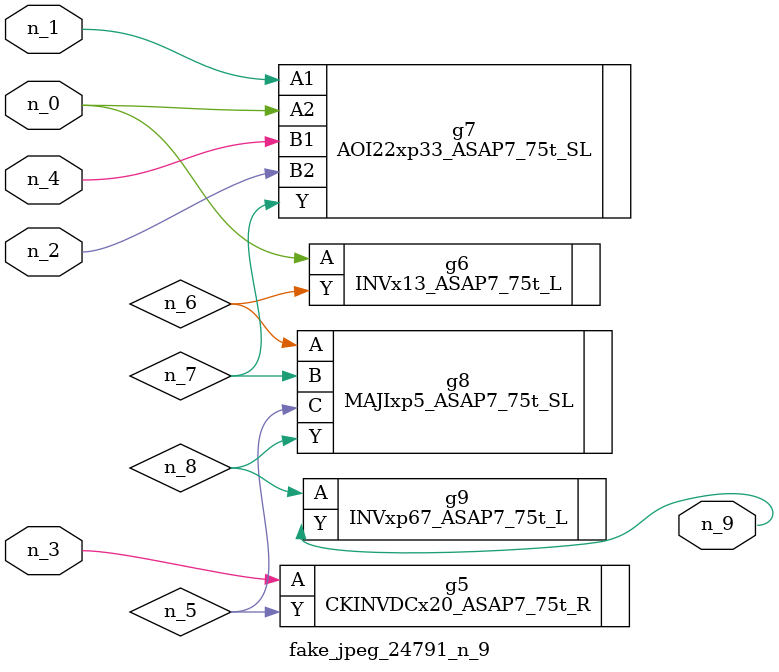
<source format=v>
module fake_jpeg_24791_n_9 (n_3, n_2, n_1, n_0, n_4, n_9);

input n_3;
input n_2;
input n_1;
input n_0;
input n_4;

output n_9;

wire n_8;
wire n_6;
wire n_5;
wire n_7;

CKINVDCx20_ASAP7_75t_R g5 ( 
.A(n_3),
.Y(n_5)
);

INVx13_ASAP7_75t_L g6 ( 
.A(n_0),
.Y(n_6)
);

AOI22xp33_ASAP7_75t_SL g7 ( 
.A1(n_1),
.A2(n_0),
.B1(n_4),
.B2(n_2),
.Y(n_7)
);

MAJIxp5_ASAP7_75t_SL g8 ( 
.A(n_6),
.B(n_7),
.C(n_5),
.Y(n_8)
);

INVxp67_ASAP7_75t_L g9 ( 
.A(n_8),
.Y(n_9)
);


endmodule
</source>
